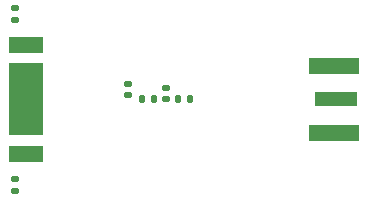
<source format=gtp>
G04 #@! TF.GenerationSoftware,KiCad,Pcbnew,(6.0.9)*
G04 #@! TF.CreationDate,2023-11-11T16:39:11+09:00*
G04 #@! TF.ProjectId,GGBLA125A_Evaluation_Board,4747424c-4131-4323-9541-5f4576616c75,rev?*
G04 #@! TF.SameCoordinates,Original*
G04 #@! TF.FileFunction,Paste,Top*
G04 #@! TF.FilePolarity,Positive*
%FSLAX46Y46*%
G04 Gerber Fmt 4.6, Leading zero omitted, Abs format (unit mm)*
G04 Created by KiCad (PCBNEW (6.0.9)) date 2023-11-11 16:39:11*
%MOMM*%
%LPD*%
G01*
G04 APERTURE LIST*
G04 Aperture macros list*
%AMRoundRect*
0 Rectangle with rounded corners*
0 $1 Rounding radius*
0 $2 $3 $4 $5 $6 $7 $8 $9 X,Y pos of 4 corners*
0 Add a 4 corners polygon primitive as box body*
4,1,4,$2,$3,$4,$5,$6,$7,$8,$9,$2,$3,0*
0 Add four circle primitives for the rounded corners*
1,1,$1+$1,$2,$3*
1,1,$1+$1,$4,$5*
1,1,$1+$1,$6,$7*
1,1,$1+$1,$8,$9*
0 Add four rect primitives between the rounded corners*
20,1,$1+$1,$2,$3,$4,$5,0*
20,1,$1+$1,$4,$5,$6,$7,0*
20,1,$1+$1,$6,$7,$8,$9,0*
20,1,$1+$1,$8,$9,$2,$3,0*%
G04 Aperture macros list end*
%ADD10R,3.600000X1.270000*%
%ADD11R,4.200000X1.350000*%
%ADD12RoundRect,0.140000X-0.140000X-0.170000X0.140000X-0.170000X0.140000X0.170000X-0.140000X0.170000X0*%
%ADD13RoundRect,0.140000X0.170000X-0.140000X0.170000X0.140000X-0.170000X0.140000X-0.170000X-0.140000X0*%
%ADD14RoundRect,0.135000X-0.185000X0.135000X-0.185000X-0.135000X0.185000X-0.135000X0.185000X0.135000X0*%
%ADD15RoundRect,0.135000X0.185000X-0.135000X0.185000X0.135000X-0.185000X0.135000X-0.185000X-0.135000X0*%
%ADD16R,2.900000X6.100000*%
%ADD17R,2.900000X1.350000*%
%ADD18RoundRect,0.135000X-0.135000X-0.185000X0.135000X-0.185000X0.135000X0.185000X-0.135000X0.185000X0*%
G04 APERTURE END LIST*
D10*
X127900000Y-120000000D03*
D11*
X127700000Y-117175000D03*
X127700000Y-122825000D03*
D12*
X111520000Y-120000000D03*
X112480000Y-120000000D03*
D13*
X113500000Y-120000000D03*
X113500000Y-119040000D03*
D14*
X100700000Y-126750000D03*
X100700000Y-127770000D03*
D15*
X100700000Y-113250000D03*
X100700000Y-112230000D03*
D16*
X101650000Y-120000000D03*
D17*
X101650000Y-124625000D03*
X101650000Y-115375000D03*
D18*
X114490000Y-120000000D03*
X115510000Y-120000000D03*
D13*
X110310000Y-119630000D03*
X110310000Y-118670000D03*
M02*

</source>
